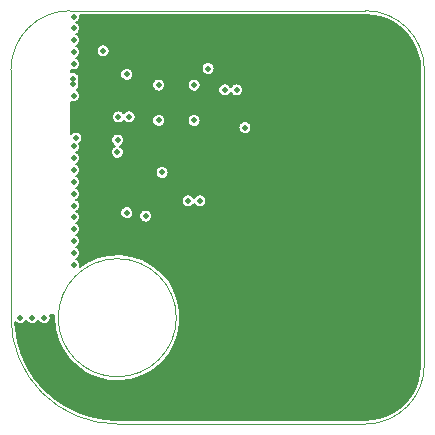
<source format=gbr>
G04 #@! TF.GenerationSoftware,KiCad,Pcbnew,(5.1.5-0-10_14)*
G04 #@! TF.CreationDate,2020-05-20T18:56:31+12:00*
G04 #@! TF.ProjectId,bluetooth-tracker,626c7565-746f-46f7-9468-2d747261636b,A*
G04 #@! TF.SameCoordinates,Original*
G04 #@! TF.FileFunction,Copper,L3,Inr*
G04 #@! TF.FilePolarity,Positive*
%FSLAX46Y46*%
G04 Gerber Fmt 4.6, Leading zero omitted, Abs format (unit mm)*
G04 Created by KiCad (PCBNEW (5.1.5-0-10_14)) date 2020-05-20 18:56:31*
%MOMM*%
%LPD*%
G04 APERTURE LIST*
%ADD10C,0.100000*%
%ADD11C,0.500000*%
%ADD12C,0.200000*%
G04 APERTURE END LIST*
D10*
X69400000Y-72000000D02*
G75*
G03X69400000Y-72000000I-5000000J0D01*
G01*
X60400000Y-46000001D02*
X85400000Y-46000001D01*
X85399999Y-81000000D02*
X64400000Y-81000000D01*
X90399999Y-76000002D02*
G75*
G02X85399999Y-81000000I-4999999J1D01*
G01*
X90400000Y-51000001D02*
X90400000Y-76000000D01*
X85400000Y-46000001D02*
G75*
G02X90400000Y-51000001I0J-5000000D01*
G01*
X55400001Y-51000001D02*
G75*
G02X60400001Y-46000001I5000000J0D01*
G01*
X55400000Y-71999999D02*
X55400000Y-51000001D01*
X64399999Y-81000000D02*
G75*
G02X55400000Y-71999999I1J9000000D01*
G01*
D11*
X60650000Y-52250000D03*
X60650000Y-51750000D03*
X65200000Y-63100000D03*
X60700000Y-50500000D03*
X67900000Y-55300000D03*
X70900000Y-55300000D03*
X70900000Y-52300000D03*
X67900000Y-52300000D03*
X63200000Y-49400000D03*
X65200000Y-51400000D03*
X72100000Y-50900000D03*
X75200000Y-55900000D03*
X66800000Y-63400000D03*
X64430000Y-56970000D03*
X64400000Y-58000000D03*
X64500000Y-55000000D03*
X73500000Y-52700000D03*
X74500000Y-52700000D03*
X65400000Y-55000000D03*
X60900000Y-56800000D03*
X60700000Y-46500000D03*
X60700000Y-47500000D03*
X60700000Y-48500000D03*
X60700000Y-49500000D03*
X60700000Y-53200000D03*
X60700000Y-57500000D03*
X60700000Y-58500000D03*
X60700000Y-59500000D03*
X60700000Y-60500000D03*
X60700000Y-61500000D03*
X60700000Y-62500000D03*
X60700000Y-63500000D03*
X60700000Y-64500000D03*
X60700000Y-65500000D03*
X60700000Y-66500000D03*
X60700000Y-67500000D03*
X58200000Y-72000000D03*
X57200000Y-72000000D03*
X56200000Y-72000000D03*
X70400000Y-62100000D03*
X71400000Y-62100000D03*
X68200000Y-59700000D03*
X83100000Y-57300000D03*
X85900000Y-51000000D03*
X69800000Y-49000000D03*
X64500000Y-53300000D03*
X64400000Y-56000000D03*
X66800000Y-58000000D03*
X73500000Y-56800000D03*
X74000000Y-52200000D03*
X83000000Y-79300000D03*
X73400000Y-49100000D03*
D12*
G36*
X86223196Y-46424860D02*
G01*
X87020374Y-46642943D01*
X87766337Y-46998750D01*
X88437496Y-47481027D01*
X89012649Y-48074538D01*
X89473606Y-48760515D01*
X89805806Y-49517287D01*
X89999387Y-50323609D01*
X90050000Y-51012834D01*
X90050001Y-75984396D01*
X89975140Y-76823199D01*
X89757057Y-77620376D01*
X89401250Y-78366338D01*
X88918975Y-79037495D01*
X88325462Y-79612650D01*
X87639483Y-80073608D01*
X86882719Y-80405803D01*
X86076391Y-80599387D01*
X85387166Y-80650000D01*
X64411602Y-80650000D01*
X63256080Y-80573249D01*
X62132261Y-80346647D01*
X61048289Y-79973406D01*
X60023194Y-79460077D01*
X59075004Y-78815686D01*
X58220361Y-78051547D01*
X57474292Y-77181094D01*
X56849895Y-76219606D01*
X56358151Y-75183995D01*
X56007689Y-74092437D01*
X55804348Y-72962302D01*
X55769907Y-72346294D01*
X55772787Y-72350604D01*
X55849396Y-72427213D01*
X55939477Y-72487403D01*
X56039571Y-72528864D01*
X56145830Y-72550000D01*
X56254170Y-72550000D01*
X56360429Y-72528864D01*
X56460523Y-72487403D01*
X56550604Y-72427213D01*
X56627213Y-72350604D01*
X56687403Y-72260523D01*
X56700000Y-72230112D01*
X56712597Y-72260523D01*
X56772787Y-72350604D01*
X56849396Y-72427213D01*
X56939477Y-72487403D01*
X57039571Y-72528864D01*
X57145830Y-72550000D01*
X57254170Y-72550000D01*
X57360429Y-72528864D01*
X57460523Y-72487403D01*
X57550604Y-72427213D01*
X57627213Y-72350604D01*
X57687403Y-72260523D01*
X57700000Y-72230112D01*
X57712597Y-72260523D01*
X57772787Y-72350604D01*
X57849396Y-72427213D01*
X57939477Y-72487403D01*
X58039571Y-72528864D01*
X58145830Y-72550000D01*
X58254170Y-72550000D01*
X58360429Y-72528864D01*
X58460523Y-72487403D01*
X58550604Y-72427213D01*
X58627213Y-72350604D01*
X58687403Y-72260523D01*
X58728864Y-72160429D01*
X58750000Y-72054170D01*
X58750000Y-71945830D01*
X58728864Y-71839571D01*
X58712473Y-71800000D01*
X59048000Y-71800000D01*
X59030000Y-72000000D01*
X59116298Y-72958851D01*
X59372419Y-73886883D01*
X59790130Y-74754269D01*
X60356006Y-75533131D01*
X61051860Y-76198435D01*
X61855325Y-76728798D01*
X62740579Y-77107173D01*
X63679167Y-77321400D01*
X64640924Y-77364593D01*
X65594937Y-77235363D01*
X66510544Y-76937864D01*
X67358317Y-76481658D01*
X68111006Y-75881408D01*
X68744421Y-75156407D01*
X69238203Y-74329956D01*
X69576481Y-73428618D01*
X69748382Y-72481363D01*
X69748382Y-71518637D01*
X69576481Y-70571382D01*
X69238203Y-69670044D01*
X68744421Y-68843593D01*
X68111006Y-68118592D01*
X67358317Y-67518342D01*
X66510544Y-67062136D01*
X65594937Y-66764637D01*
X64640924Y-66635407D01*
X63679167Y-66678600D01*
X62740579Y-66892827D01*
X61855325Y-67271202D01*
X61215013Y-67693869D01*
X61228864Y-67660429D01*
X61250000Y-67554170D01*
X61250000Y-67445830D01*
X61228864Y-67339571D01*
X61187403Y-67239477D01*
X61127213Y-67149396D01*
X61050604Y-67072787D01*
X60960523Y-67012597D01*
X60930112Y-67000000D01*
X60960523Y-66987403D01*
X61050604Y-66927213D01*
X61127213Y-66850604D01*
X61187403Y-66760523D01*
X61228864Y-66660429D01*
X61250000Y-66554170D01*
X61250000Y-66445830D01*
X61228864Y-66339571D01*
X61187403Y-66239477D01*
X61127213Y-66149396D01*
X61050604Y-66072787D01*
X60960523Y-66012597D01*
X60930112Y-66000000D01*
X60960523Y-65987403D01*
X61050604Y-65927213D01*
X61127213Y-65850604D01*
X61187403Y-65760523D01*
X61228864Y-65660429D01*
X61250000Y-65554170D01*
X61250000Y-65445830D01*
X61228864Y-65339571D01*
X61187403Y-65239477D01*
X61127213Y-65149396D01*
X61050604Y-65072787D01*
X60960523Y-65012597D01*
X60930112Y-65000000D01*
X60960523Y-64987403D01*
X61050604Y-64927213D01*
X61127213Y-64850604D01*
X61187403Y-64760523D01*
X61228864Y-64660429D01*
X61250000Y-64554170D01*
X61250000Y-64445830D01*
X61228864Y-64339571D01*
X61187403Y-64239477D01*
X61127213Y-64149396D01*
X61050604Y-64072787D01*
X60960523Y-64012597D01*
X60930112Y-64000000D01*
X60960523Y-63987403D01*
X61050604Y-63927213D01*
X61127213Y-63850604D01*
X61187403Y-63760523D01*
X61228864Y-63660429D01*
X61250000Y-63554170D01*
X61250000Y-63445830D01*
X61228864Y-63339571D01*
X61187403Y-63239477D01*
X61127213Y-63149396D01*
X61050604Y-63072787D01*
X61010260Y-63045830D01*
X64650000Y-63045830D01*
X64650000Y-63154170D01*
X64671136Y-63260429D01*
X64712597Y-63360523D01*
X64772787Y-63450604D01*
X64849396Y-63527213D01*
X64939477Y-63587403D01*
X65039571Y-63628864D01*
X65145830Y-63650000D01*
X65254170Y-63650000D01*
X65360429Y-63628864D01*
X65460523Y-63587403D01*
X65550604Y-63527213D01*
X65627213Y-63450604D01*
X65687403Y-63360523D01*
X65693489Y-63345830D01*
X66250000Y-63345830D01*
X66250000Y-63454170D01*
X66271136Y-63560429D01*
X66312597Y-63660523D01*
X66372787Y-63750604D01*
X66449396Y-63827213D01*
X66539477Y-63887403D01*
X66639571Y-63928864D01*
X66745830Y-63950000D01*
X66854170Y-63950000D01*
X66960429Y-63928864D01*
X67060523Y-63887403D01*
X67150604Y-63827213D01*
X67227213Y-63750604D01*
X67287403Y-63660523D01*
X67328864Y-63560429D01*
X67350000Y-63454170D01*
X67350000Y-63345830D01*
X67328864Y-63239571D01*
X67287403Y-63139477D01*
X67227213Y-63049396D01*
X67150604Y-62972787D01*
X67060523Y-62912597D01*
X66960429Y-62871136D01*
X66854170Y-62850000D01*
X66745830Y-62850000D01*
X66639571Y-62871136D01*
X66539477Y-62912597D01*
X66449396Y-62972787D01*
X66372787Y-63049396D01*
X66312597Y-63139477D01*
X66271136Y-63239571D01*
X66250000Y-63345830D01*
X65693489Y-63345830D01*
X65728864Y-63260429D01*
X65750000Y-63154170D01*
X65750000Y-63045830D01*
X65728864Y-62939571D01*
X65687403Y-62839477D01*
X65627213Y-62749396D01*
X65550604Y-62672787D01*
X65460523Y-62612597D01*
X65360429Y-62571136D01*
X65254170Y-62550000D01*
X65145830Y-62550000D01*
X65039571Y-62571136D01*
X64939477Y-62612597D01*
X64849396Y-62672787D01*
X64772787Y-62749396D01*
X64712597Y-62839477D01*
X64671136Y-62939571D01*
X64650000Y-63045830D01*
X61010260Y-63045830D01*
X60960523Y-63012597D01*
X60930112Y-63000000D01*
X60960523Y-62987403D01*
X61050604Y-62927213D01*
X61127213Y-62850604D01*
X61187403Y-62760523D01*
X61228864Y-62660429D01*
X61250000Y-62554170D01*
X61250000Y-62445830D01*
X61228864Y-62339571D01*
X61187403Y-62239477D01*
X61127213Y-62149396D01*
X61050604Y-62072787D01*
X61010260Y-62045830D01*
X69850000Y-62045830D01*
X69850000Y-62154170D01*
X69871136Y-62260429D01*
X69912597Y-62360523D01*
X69972787Y-62450604D01*
X70049396Y-62527213D01*
X70139477Y-62587403D01*
X70239571Y-62628864D01*
X70345830Y-62650000D01*
X70454170Y-62650000D01*
X70560429Y-62628864D01*
X70660523Y-62587403D01*
X70750604Y-62527213D01*
X70827213Y-62450604D01*
X70887403Y-62360523D01*
X70900000Y-62330112D01*
X70912597Y-62360523D01*
X70972787Y-62450604D01*
X71049396Y-62527213D01*
X71139477Y-62587403D01*
X71239571Y-62628864D01*
X71345830Y-62650000D01*
X71454170Y-62650000D01*
X71560429Y-62628864D01*
X71660523Y-62587403D01*
X71750604Y-62527213D01*
X71827213Y-62450604D01*
X71887403Y-62360523D01*
X71928864Y-62260429D01*
X71950000Y-62154170D01*
X71950000Y-62045830D01*
X71928864Y-61939571D01*
X71887403Y-61839477D01*
X71827213Y-61749396D01*
X71750604Y-61672787D01*
X71660523Y-61612597D01*
X71560429Y-61571136D01*
X71454170Y-61550000D01*
X71345830Y-61550000D01*
X71239571Y-61571136D01*
X71139477Y-61612597D01*
X71049396Y-61672787D01*
X70972787Y-61749396D01*
X70912597Y-61839477D01*
X70900000Y-61869888D01*
X70887403Y-61839477D01*
X70827213Y-61749396D01*
X70750604Y-61672787D01*
X70660523Y-61612597D01*
X70560429Y-61571136D01*
X70454170Y-61550000D01*
X70345830Y-61550000D01*
X70239571Y-61571136D01*
X70139477Y-61612597D01*
X70049396Y-61672787D01*
X69972787Y-61749396D01*
X69912597Y-61839477D01*
X69871136Y-61939571D01*
X69850000Y-62045830D01*
X61010260Y-62045830D01*
X60960523Y-62012597D01*
X60930112Y-62000000D01*
X60960523Y-61987403D01*
X61050604Y-61927213D01*
X61127213Y-61850604D01*
X61187403Y-61760523D01*
X61228864Y-61660429D01*
X61250000Y-61554170D01*
X61250000Y-61445830D01*
X61228864Y-61339571D01*
X61187403Y-61239477D01*
X61127213Y-61149396D01*
X61050604Y-61072787D01*
X60960523Y-61012597D01*
X60930112Y-61000000D01*
X60960523Y-60987403D01*
X61050604Y-60927213D01*
X61127213Y-60850604D01*
X61187403Y-60760523D01*
X61228864Y-60660429D01*
X61250000Y-60554170D01*
X61250000Y-60445830D01*
X61228864Y-60339571D01*
X61187403Y-60239477D01*
X61127213Y-60149396D01*
X61050604Y-60072787D01*
X60960523Y-60012597D01*
X60930112Y-60000000D01*
X60960523Y-59987403D01*
X61050604Y-59927213D01*
X61127213Y-59850604D01*
X61187403Y-59760523D01*
X61228864Y-59660429D01*
X61231767Y-59645830D01*
X67650000Y-59645830D01*
X67650000Y-59754170D01*
X67671136Y-59860429D01*
X67712597Y-59960523D01*
X67772787Y-60050604D01*
X67849396Y-60127213D01*
X67939477Y-60187403D01*
X68039571Y-60228864D01*
X68145830Y-60250000D01*
X68254170Y-60250000D01*
X68360429Y-60228864D01*
X68460523Y-60187403D01*
X68550604Y-60127213D01*
X68627213Y-60050604D01*
X68687403Y-59960523D01*
X68728864Y-59860429D01*
X68750000Y-59754170D01*
X68750000Y-59645830D01*
X68728864Y-59539571D01*
X68687403Y-59439477D01*
X68627213Y-59349396D01*
X68550604Y-59272787D01*
X68460523Y-59212597D01*
X68360429Y-59171136D01*
X68254170Y-59150000D01*
X68145830Y-59150000D01*
X68039571Y-59171136D01*
X67939477Y-59212597D01*
X67849396Y-59272787D01*
X67772787Y-59349396D01*
X67712597Y-59439477D01*
X67671136Y-59539571D01*
X67650000Y-59645830D01*
X61231767Y-59645830D01*
X61250000Y-59554170D01*
X61250000Y-59445830D01*
X61228864Y-59339571D01*
X61187403Y-59239477D01*
X61127213Y-59149396D01*
X61050604Y-59072787D01*
X60960523Y-59012597D01*
X60930112Y-59000000D01*
X60960523Y-58987403D01*
X61050604Y-58927213D01*
X61127213Y-58850604D01*
X61187403Y-58760523D01*
X61228864Y-58660429D01*
X61250000Y-58554170D01*
X61250000Y-58445830D01*
X61228864Y-58339571D01*
X61187403Y-58239477D01*
X61127213Y-58149396D01*
X61050604Y-58072787D01*
X60960523Y-58012597D01*
X60930112Y-58000000D01*
X60960523Y-57987403D01*
X61022741Y-57945830D01*
X63850000Y-57945830D01*
X63850000Y-58054170D01*
X63871136Y-58160429D01*
X63912597Y-58260523D01*
X63972787Y-58350604D01*
X64049396Y-58427213D01*
X64139477Y-58487403D01*
X64239571Y-58528864D01*
X64345830Y-58550000D01*
X64454170Y-58550000D01*
X64560429Y-58528864D01*
X64660523Y-58487403D01*
X64750604Y-58427213D01*
X64827213Y-58350604D01*
X64887403Y-58260523D01*
X64928864Y-58160429D01*
X64950000Y-58054170D01*
X64950000Y-57945830D01*
X64928864Y-57839571D01*
X64887403Y-57739477D01*
X64827213Y-57649396D01*
X64750604Y-57572787D01*
X64660523Y-57512597D01*
X64608899Y-57491213D01*
X64690523Y-57457403D01*
X64780604Y-57397213D01*
X64857213Y-57320604D01*
X64917403Y-57230523D01*
X64958864Y-57130429D01*
X64980000Y-57024170D01*
X64980000Y-56915830D01*
X64958864Y-56809571D01*
X64917403Y-56709477D01*
X64857213Y-56619396D01*
X64780604Y-56542787D01*
X64690523Y-56482597D01*
X64590429Y-56441136D01*
X64484170Y-56420000D01*
X64375830Y-56420000D01*
X64269571Y-56441136D01*
X64169477Y-56482597D01*
X64079396Y-56542787D01*
X64002787Y-56619396D01*
X63942597Y-56709477D01*
X63901136Y-56809571D01*
X63880000Y-56915830D01*
X63880000Y-57024170D01*
X63901136Y-57130429D01*
X63942597Y-57230523D01*
X64002787Y-57320604D01*
X64079396Y-57397213D01*
X64169477Y-57457403D01*
X64221101Y-57478787D01*
X64139477Y-57512597D01*
X64049396Y-57572787D01*
X63972787Y-57649396D01*
X63912597Y-57739477D01*
X63871136Y-57839571D01*
X63850000Y-57945830D01*
X61022741Y-57945830D01*
X61050604Y-57927213D01*
X61127213Y-57850604D01*
X61187403Y-57760523D01*
X61228864Y-57660429D01*
X61250000Y-57554170D01*
X61250000Y-57445830D01*
X61228864Y-57339571D01*
X61197125Y-57262947D01*
X61250604Y-57227213D01*
X61327213Y-57150604D01*
X61387403Y-57060523D01*
X61428864Y-56960429D01*
X61450000Y-56854170D01*
X61450000Y-56745830D01*
X61428864Y-56639571D01*
X61387403Y-56539477D01*
X61327213Y-56449396D01*
X61250604Y-56372787D01*
X61160523Y-56312597D01*
X61060429Y-56271136D01*
X60954170Y-56250000D01*
X60845830Y-56250000D01*
X60739571Y-56271136D01*
X60639477Y-56312597D01*
X60549396Y-56372787D01*
X60500000Y-56422183D01*
X60500000Y-54945830D01*
X63950000Y-54945830D01*
X63950000Y-55054170D01*
X63971136Y-55160429D01*
X64012597Y-55260523D01*
X64072787Y-55350604D01*
X64149396Y-55427213D01*
X64239477Y-55487403D01*
X64339571Y-55528864D01*
X64445830Y-55550000D01*
X64554170Y-55550000D01*
X64660429Y-55528864D01*
X64760523Y-55487403D01*
X64850604Y-55427213D01*
X64927213Y-55350604D01*
X64950000Y-55316501D01*
X64972787Y-55350604D01*
X65049396Y-55427213D01*
X65139477Y-55487403D01*
X65239571Y-55528864D01*
X65345830Y-55550000D01*
X65454170Y-55550000D01*
X65560429Y-55528864D01*
X65660523Y-55487403D01*
X65750604Y-55427213D01*
X65827213Y-55350604D01*
X65887403Y-55260523D01*
X65893489Y-55245830D01*
X67350000Y-55245830D01*
X67350000Y-55354170D01*
X67371136Y-55460429D01*
X67412597Y-55560523D01*
X67472787Y-55650604D01*
X67549396Y-55727213D01*
X67639477Y-55787403D01*
X67739571Y-55828864D01*
X67845830Y-55850000D01*
X67954170Y-55850000D01*
X68060429Y-55828864D01*
X68160523Y-55787403D01*
X68250604Y-55727213D01*
X68327213Y-55650604D01*
X68387403Y-55560523D01*
X68428864Y-55460429D01*
X68450000Y-55354170D01*
X68450000Y-55245830D01*
X70350000Y-55245830D01*
X70350000Y-55354170D01*
X70371136Y-55460429D01*
X70412597Y-55560523D01*
X70472787Y-55650604D01*
X70549396Y-55727213D01*
X70639477Y-55787403D01*
X70739571Y-55828864D01*
X70845830Y-55850000D01*
X70954170Y-55850000D01*
X70975134Y-55845830D01*
X74650000Y-55845830D01*
X74650000Y-55954170D01*
X74671136Y-56060429D01*
X74712597Y-56160523D01*
X74772787Y-56250604D01*
X74849396Y-56327213D01*
X74939477Y-56387403D01*
X75039571Y-56428864D01*
X75145830Y-56450000D01*
X75254170Y-56450000D01*
X75360429Y-56428864D01*
X75460523Y-56387403D01*
X75550604Y-56327213D01*
X75627213Y-56250604D01*
X75687403Y-56160523D01*
X75728864Y-56060429D01*
X75750000Y-55954170D01*
X75750000Y-55845830D01*
X75728864Y-55739571D01*
X75687403Y-55639477D01*
X75627213Y-55549396D01*
X75550604Y-55472787D01*
X75460523Y-55412597D01*
X75360429Y-55371136D01*
X75254170Y-55350000D01*
X75145830Y-55350000D01*
X75039571Y-55371136D01*
X74939477Y-55412597D01*
X74849396Y-55472787D01*
X74772787Y-55549396D01*
X74712597Y-55639477D01*
X74671136Y-55739571D01*
X74650000Y-55845830D01*
X70975134Y-55845830D01*
X71060429Y-55828864D01*
X71160523Y-55787403D01*
X71250604Y-55727213D01*
X71327213Y-55650604D01*
X71387403Y-55560523D01*
X71428864Y-55460429D01*
X71450000Y-55354170D01*
X71450000Y-55245830D01*
X71428864Y-55139571D01*
X71387403Y-55039477D01*
X71327213Y-54949396D01*
X71250604Y-54872787D01*
X71160523Y-54812597D01*
X71060429Y-54771136D01*
X70954170Y-54750000D01*
X70845830Y-54750000D01*
X70739571Y-54771136D01*
X70639477Y-54812597D01*
X70549396Y-54872787D01*
X70472787Y-54949396D01*
X70412597Y-55039477D01*
X70371136Y-55139571D01*
X70350000Y-55245830D01*
X68450000Y-55245830D01*
X68428864Y-55139571D01*
X68387403Y-55039477D01*
X68327213Y-54949396D01*
X68250604Y-54872787D01*
X68160523Y-54812597D01*
X68060429Y-54771136D01*
X67954170Y-54750000D01*
X67845830Y-54750000D01*
X67739571Y-54771136D01*
X67639477Y-54812597D01*
X67549396Y-54872787D01*
X67472787Y-54949396D01*
X67412597Y-55039477D01*
X67371136Y-55139571D01*
X67350000Y-55245830D01*
X65893489Y-55245830D01*
X65928864Y-55160429D01*
X65950000Y-55054170D01*
X65950000Y-54945830D01*
X65928864Y-54839571D01*
X65887403Y-54739477D01*
X65827213Y-54649396D01*
X65750604Y-54572787D01*
X65660523Y-54512597D01*
X65560429Y-54471136D01*
X65454170Y-54450000D01*
X65345830Y-54450000D01*
X65239571Y-54471136D01*
X65139477Y-54512597D01*
X65049396Y-54572787D01*
X64972787Y-54649396D01*
X64950000Y-54683499D01*
X64927213Y-54649396D01*
X64850604Y-54572787D01*
X64760523Y-54512597D01*
X64660429Y-54471136D01*
X64554170Y-54450000D01*
X64445830Y-54450000D01*
X64339571Y-54471136D01*
X64239477Y-54512597D01*
X64149396Y-54572787D01*
X64072787Y-54649396D01*
X64012597Y-54739477D01*
X63971136Y-54839571D01*
X63950000Y-54945830D01*
X60500000Y-54945830D01*
X60500000Y-53712473D01*
X60539571Y-53728864D01*
X60645830Y-53750000D01*
X60754170Y-53750000D01*
X60860429Y-53728864D01*
X60960523Y-53687403D01*
X61050604Y-53627213D01*
X61127213Y-53550604D01*
X61187403Y-53460523D01*
X61228864Y-53360429D01*
X61250000Y-53254170D01*
X61250000Y-53145830D01*
X61228864Y-53039571D01*
X61187403Y-52939477D01*
X61127213Y-52849396D01*
X61050604Y-52772787D01*
X60960523Y-52712597D01*
X60952575Y-52709305D01*
X61000604Y-52677213D01*
X61077213Y-52600604D01*
X61137403Y-52510523D01*
X61178864Y-52410429D01*
X61200000Y-52304170D01*
X61200000Y-52245830D01*
X67350000Y-52245830D01*
X67350000Y-52354170D01*
X67371136Y-52460429D01*
X67412597Y-52560523D01*
X67472787Y-52650604D01*
X67549396Y-52727213D01*
X67639477Y-52787403D01*
X67739571Y-52828864D01*
X67845830Y-52850000D01*
X67954170Y-52850000D01*
X68060429Y-52828864D01*
X68160523Y-52787403D01*
X68250604Y-52727213D01*
X68327213Y-52650604D01*
X68387403Y-52560523D01*
X68428864Y-52460429D01*
X68450000Y-52354170D01*
X68450000Y-52245830D01*
X70350000Y-52245830D01*
X70350000Y-52354170D01*
X70371136Y-52460429D01*
X70412597Y-52560523D01*
X70472787Y-52650604D01*
X70549396Y-52727213D01*
X70639477Y-52787403D01*
X70739571Y-52828864D01*
X70845830Y-52850000D01*
X70954170Y-52850000D01*
X71060429Y-52828864D01*
X71160523Y-52787403D01*
X71250604Y-52727213D01*
X71327213Y-52650604D01*
X71330402Y-52645830D01*
X72950000Y-52645830D01*
X72950000Y-52754170D01*
X72971136Y-52860429D01*
X73012597Y-52960523D01*
X73072787Y-53050604D01*
X73149396Y-53127213D01*
X73239477Y-53187403D01*
X73339571Y-53228864D01*
X73445830Y-53250000D01*
X73554170Y-53250000D01*
X73660429Y-53228864D01*
X73760523Y-53187403D01*
X73850604Y-53127213D01*
X73927213Y-53050604D01*
X73987403Y-52960523D01*
X74000000Y-52930112D01*
X74012597Y-52960523D01*
X74072787Y-53050604D01*
X74149396Y-53127213D01*
X74239477Y-53187403D01*
X74339571Y-53228864D01*
X74445830Y-53250000D01*
X74554170Y-53250000D01*
X74660429Y-53228864D01*
X74760523Y-53187403D01*
X74850604Y-53127213D01*
X74927213Y-53050604D01*
X74987403Y-52960523D01*
X75028864Y-52860429D01*
X75050000Y-52754170D01*
X75050000Y-52645830D01*
X75028864Y-52539571D01*
X74987403Y-52439477D01*
X74927213Y-52349396D01*
X74850604Y-52272787D01*
X74760523Y-52212597D01*
X74660429Y-52171136D01*
X74554170Y-52150000D01*
X74445830Y-52150000D01*
X74339571Y-52171136D01*
X74239477Y-52212597D01*
X74149396Y-52272787D01*
X74072787Y-52349396D01*
X74012597Y-52439477D01*
X74000000Y-52469888D01*
X73987403Y-52439477D01*
X73927213Y-52349396D01*
X73850604Y-52272787D01*
X73760523Y-52212597D01*
X73660429Y-52171136D01*
X73554170Y-52150000D01*
X73445830Y-52150000D01*
X73339571Y-52171136D01*
X73239477Y-52212597D01*
X73149396Y-52272787D01*
X73072787Y-52349396D01*
X73012597Y-52439477D01*
X72971136Y-52539571D01*
X72950000Y-52645830D01*
X71330402Y-52645830D01*
X71387403Y-52560523D01*
X71428864Y-52460429D01*
X71450000Y-52354170D01*
X71450000Y-52245830D01*
X71428864Y-52139571D01*
X71387403Y-52039477D01*
X71327213Y-51949396D01*
X71250604Y-51872787D01*
X71160523Y-51812597D01*
X71060429Y-51771136D01*
X70954170Y-51750000D01*
X70845830Y-51750000D01*
X70739571Y-51771136D01*
X70639477Y-51812597D01*
X70549396Y-51872787D01*
X70472787Y-51949396D01*
X70412597Y-52039477D01*
X70371136Y-52139571D01*
X70350000Y-52245830D01*
X68450000Y-52245830D01*
X68428864Y-52139571D01*
X68387403Y-52039477D01*
X68327213Y-51949396D01*
X68250604Y-51872787D01*
X68160523Y-51812597D01*
X68060429Y-51771136D01*
X67954170Y-51750000D01*
X67845830Y-51750000D01*
X67739571Y-51771136D01*
X67639477Y-51812597D01*
X67549396Y-51872787D01*
X67472787Y-51949396D01*
X67412597Y-52039477D01*
X67371136Y-52139571D01*
X67350000Y-52245830D01*
X61200000Y-52245830D01*
X61200000Y-52195830D01*
X61178864Y-52089571D01*
X61141762Y-52000000D01*
X61178864Y-51910429D01*
X61200000Y-51804170D01*
X61200000Y-51695830D01*
X61178864Y-51589571D01*
X61137403Y-51489477D01*
X61077213Y-51399396D01*
X61023647Y-51345830D01*
X64650000Y-51345830D01*
X64650000Y-51454170D01*
X64671136Y-51560429D01*
X64712597Y-51660523D01*
X64772787Y-51750604D01*
X64849396Y-51827213D01*
X64939477Y-51887403D01*
X65039571Y-51928864D01*
X65145830Y-51950000D01*
X65254170Y-51950000D01*
X65360429Y-51928864D01*
X65460523Y-51887403D01*
X65550604Y-51827213D01*
X65627213Y-51750604D01*
X65687403Y-51660523D01*
X65728864Y-51560429D01*
X65750000Y-51454170D01*
X65750000Y-51345830D01*
X65728864Y-51239571D01*
X65687403Y-51139477D01*
X65627213Y-51049396D01*
X65550604Y-50972787D01*
X65460523Y-50912597D01*
X65360429Y-50871136D01*
X65254170Y-50850000D01*
X65145830Y-50850000D01*
X65039571Y-50871136D01*
X64939477Y-50912597D01*
X64849396Y-50972787D01*
X64772787Y-51049396D01*
X64712597Y-51139477D01*
X64671136Y-51239571D01*
X64650000Y-51345830D01*
X61023647Y-51345830D01*
X61000604Y-51322787D01*
X60910523Y-51262597D01*
X60810429Y-51221136D01*
X60704170Y-51200000D01*
X60595830Y-51200000D01*
X60500000Y-51219062D01*
X60500000Y-51012473D01*
X60539571Y-51028864D01*
X60645830Y-51050000D01*
X60754170Y-51050000D01*
X60860429Y-51028864D01*
X60960523Y-50987403D01*
X61050604Y-50927213D01*
X61127213Y-50850604D01*
X61130402Y-50845830D01*
X71550000Y-50845830D01*
X71550000Y-50954170D01*
X71571136Y-51060429D01*
X71612597Y-51160523D01*
X71672787Y-51250604D01*
X71749396Y-51327213D01*
X71839477Y-51387403D01*
X71939571Y-51428864D01*
X72045830Y-51450000D01*
X72154170Y-51450000D01*
X72260429Y-51428864D01*
X72360523Y-51387403D01*
X72450604Y-51327213D01*
X72527213Y-51250604D01*
X72587403Y-51160523D01*
X72628864Y-51060429D01*
X72650000Y-50954170D01*
X72650000Y-50845830D01*
X72628864Y-50739571D01*
X72587403Y-50639477D01*
X72527213Y-50549396D01*
X72450604Y-50472787D01*
X72360523Y-50412597D01*
X72260429Y-50371136D01*
X72154170Y-50350000D01*
X72045830Y-50350000D01*
X71939571Y-50371136D01*
X71839477Y-50412597D01*
X71749396Y-50472787D01*
X71672787Y-50549396D01*
X71612597Y-50639477D01*
X71571136Y-50739571D01*
X71550000Y-50845830D01*
X61130402Y-50845830D01*
X61187403Y-50760523D01*
X61228864Y-50660429D01*
X61250000Y-50554170D01*
X61250000Y-50445830D01*
X61228864Y-50339571D01*
X61187403Y-50239477D01*
X61127213Y-50149396D01*
X61050604Y-50072787D01*
X60960523Y-50012597D01*
X60930112Y-50000000D01*
X60960523Y-49987403D01*
X61050604Y-49927213D01*
X61127213Y-49850604D01*
X61187403Y-49760523D01*
X61228864Y-49660429D01*
X61250000Y-49554170D01*
X61250000Y-49445830D01*
X61230109Y-49345830D01*
X62650000Y-49345830D01*
X62650000Y-49454170D01*
X62671136Y-49560429D01*
X62712597Y-49660523D01*
X62772787Y-49750604D01*
X62849396Y-49827213D01*
X62939477Y-49887403D01*
X63039571Y-49928864D01*
X63145830Y-49950000D01*
X63254170Y-49950000D01*
X63360429Y-49928864D01*
X63460523Y-49887403D01*
X63550604Y-49827213D01*
X63627213Y-49750604D01*
X63687403Y-49660523D01*
X63728864Y-49560429D01*
X63750000Y-49454170D01*
X63750000Y-49345830D01*
X63728864Y-49239571D01*
X63687403Y-49139477D01*
X63627213Y-49049396D01*
X63550604Y-48972787D01*
X63460523Y-48912597D01*
X63360429Y-48871136D01*
X63254170Y-48850000D01*
X63145830Y-48850000D01*
X63039571Y-48871136D01*
X62939477Y-48912597D01*
X62849396Y-48972787D01*
X62772787Y-49049396D01*
X62712597Y-49139477D01*
X62671136Y-49239571D01*
X62650000Y-49345830D01*
X61230109Y-49345830D01*
X61228864Y-49339571D01*
X61187403Y-49239477D01*
X61127213Y-49149396D01*
X61050604Y-49072787D01*
X60960523Y-49012597D01*
X60930112Y-49000000D01*
X60960523Y-48987403D01*
X61050604Y-48927213D01*
X61127213Y-48850604D01*
X61187403Y-48760523D01*
X61228864Y-48660429D01*
X61250000Y-48554170D01*
X61250000Y-48445830D01*
X61228864Y-48339571D01*
X61187403Y-48239477D01*
X61127213Y-48149396D01*
X61050604Y-48072787D01*
X60960523Y-48012597D01*
X60930112Y-48000000D01*
X60960523Y-47987403D01*
X61050604Y-47927213D01*
X61127213Y-47850604D01*
X61187403Y-47760523D01*
X61228864Y-47660429D01*
X61250000Y-47554170D01*
X61250000Y-47445830D01*
X61228864Y-47339571D01*
X61187403Y-47239477D01*
X61127213Y-47149396D01*
X61050604Y-47072787D01*
X60960523Y-47012597D01*
X60930112Y-47000000D01*
X60960523Y-46987403D01*
X61050604Y-46927213D01*
X61127213Y-46850604D01*
X61187403Y-46760523D01*
X61228864Y-46660429D01*
X61250000Y-46554170D01*
X61250000Y-46445830D01*
X61230939Y-46350001D01*
X85384417Y-46350001D01*
X86223196Y-46424860D01*
G37*
X86223196Y-46424860D02*
X87020374Y-46642943D01*
X87766337Y-46998750D01*
X88437496Y-47481027D01*
X89012649Y-48074538D01*
X89473606Y-48760515D01*
X89805806Y-49517287D01*
X89999387Y-50323609D01*
X90050000Y-51012834D01*
X90050001Y-75984396D01*
X89975140Y-76823199D01*
X89757057Y-77620376D01*
X89401250Y-78366338D01*
X88918975Y-79037495D01*
X88325462Y-79612650D01*
X87639483Y-80073608D01*
X86882719Y-80405803D01*
X86076391Y-80599387D01*
X85387166Y-80650000D01*
X64411602Y-80650000D01*
X63256080Y-80573249D01*
X62132261Y-80346647D01*
X61048289Y-79973406D01*
X60023194Y-79460077D01*
X59075004Y-78815686D01*
X58220361Y-78051547D01*
X57474292Y-77181094D01*
X56849895Y-76219606D01*
X56358151Y-75183995D01*
X56007689Y-74092437D01*
X55804348Y-72962302D01*
X55769907Y-72346294D01*
X55772787Y-72350604D01*
X55849396Y-72427213D01*
X55939477Y-72487403D01*
X56039571Y-72528864D01*
X56145830Y-72550000D01*
X56254170Y-72550000D01*
X56360429Y-72528864D01*
X56460523Y-72487403D01*
X56550604Y-72427213D01*
X56627213Y-72350604D01*
X56687403Y-72260523D01*
X56700000Y-72230112D01*
X56712597Y-72260523D01*
X56772787Y-72350604D01*
X56849396Y-72427213D01*
X56939477Y-72487403D01*
X57039571Y-72528864D01*
X57145830Y-72550000D01*
X57254170Y-72550000D01*
X57360429Y-72528864D01*
X57460523Y-72487403D01*
X57550604Y-72427213D01*
X57627213Y-72350604D01*
X57687403Y-72260523D01*
X57700000Y-72230112D01*
X57712597Y-72260523D01*
X57772787Y-72350604D01*
X57849396Y-72427213D01*
X57939477Y-72487403D01*
X58039571Y-72528864D01*
X58145830Y-72550000D01*
X58254170Y-72550000D01*
X58360429Y-72528864D01*
X58460523Y-72487403D01*
X58550604Y-72427213D01*
X58627213Y-72350604D01*
X58687403Y-72260523D01*
X58728864Y-72160429D01*
X58750000Y-72054170D01*
X58750000Y-71945830D01*
X58728864Y-71839571D01*
X58712473Y-71800000D01*
X59048000Y-71800000D01*
X59030000Y-72000000D01*
X59116298Y-72958851D01*
X59372419Y-73886883D01*
X59790130Y-74754269D01*
X60356006Y-75533131D01*
X61051860Y-76198435D01*
X61855325Y-76728798D01*
X62740579Y-77107173D01*
X63679167Y-77321400D01*
X64640924Y-77364593D01*
X65594937Y-77235363D01*
X66510544Y-76937864D01*
X67358317Y-76481658D01*
X68111006Y-75881408D01*
X68744421Y-75156407D01*
X69238203Y-74329956D01*
X69576481Y-73428618D01*
X69748382Y-72481363D01*
X69748382Y-71518637D01*
X69576481Y-70571382D01*
X69238203Y-69670044D01*
X68744421Y-68843593D01*
X68111006Y-68118592D01*
X67358317Y-67518342D01*
X66510544Y-67062136D01*
X65594937Y-66764637D01*
X64640924Y-66635407D01*
X63679167Y-66678600D01*
X62740579Y-66892827D01*
X61855325Y-67271202D01*
X61215013Y-67693869D01*
X61228864Y-67660429D01*
X61250000Y-67554170D01*
X61250000Y-67445830D01*
X61228864Y-67339571D01*
X61187403Y-67239477D01*
X61127213Y-67149396D01*
X61050604Y-67072787D01*
X60960523Y-67012597D01*
X60930112Y-67000000D01*
X60960523Y-66987403D01*
X61050604Y-66927213D01*
X61127213Y-66850604D01*
X61187403Y-66760523D01*
X61228864Y-66660429D01*
X61250000Y-66554170D01*
X61250000Y-66445830D01*
X61228864Y-66339571D01*
X61187403Y-66239477D01*
X61127213Y-66149396D01*
X61050604Y-66072787D01*
X60960523Y-66012597D01*
X60930112Y-66000000D01*
X60960523Y-65987403D01*
X61050604Y-65927213D01*
X61127213Y-65850604D01*
X61187403Y-65760523D01*
X61228864Y-65660429D01*
X61250000Y-65554170D01*
X61250000Y-65445830D01*
X61228864Y-65339571D01*
X61187403Y-65239477D01*
X61127213Y-65149396D01*
X61050604Y-65072787D01*
X60960523Y-65012597D01*
X60930112Y-65000000D01*
X60960523Y-64987403D01*
X61050604Y-64927213D01*
X61127213Y-64850604D01*
X61187403Y-64760523D01*
X61228864Y-64660429D01*
X61250000Y-64554170D01*
X61250000Y-64445830D01*
X61228864Y-64339571D01*
X61187403Y-64239477D01*
X61127213Y-64149396D01*
X61050604Y-64072787D01*
X60960523Y-64012597D01*
X60930112Y-64000000D01*
X60960523Y-63987403D01*
X61050604Y-63927213D01*
X61127213Y-63850604D01*
X61187403Y-63760523D01*
X61228864Y-63660429D01*
X61250000Y-63554170D01*
X61250000Y-63445830D01*
X61228864Y-63339571D01*
X61187403Y-63239477D01*
X61127213Y-63149396D01*
X61050604Y-63072787D01*
X61010260Y-63045830D01*
X64650000Y-63045830D01*
X64650000Y-63154170D01*
X64671136Y-63260429D01*
X64712597Y-63360523D01*
X64772787Y-63450604D01*
X64849396Y-63527213D01*
X64939477Y-63587403D01*
X65039571Y-63628864D01*
X65145830Y-63650000D01*
X65254170Y-63650000D01*
X65360429Y-63628864D01*
X65460523Y-63587403D01*
X65550604Y-63527213D01*
X65627213Y-63450604D01*
X65687403Y-63360523D01*
X65693489Y-63345830D01*
X66250000Y-63345830D01*
X66250000Y-63454170D01*
X66271136Y-63560429D01*
X66312597Y-63660523D01*
X66372787Y-63750604D01*
X66449396Y-63827213D01*
X66539477Y-63887403D01*
X66639571Y-63928864D01*
X66745830Y-63950000D01*
X66854170Y-63950000D01*
X66960429Y-63928864D01*
X67060523Y-63887403D01*
X67150604Y-63827213D01*
X67227213Y-63750604D01*
X67287403Y-63660523D01*
X67328864Y-63560429D01*
X67350000Y-63454170D01*
X67350000Y-63345830D01*
X67328864Y-63239571D01*
X67287403Y-63139477D01*
X67227213Y-63049396D01*
X67150604Y-62972787D01*
X67060523Y-62912597D01*
X66960429Y-62871136D01*
X66854170Y-62850000D01*
X66745830Y-62850000D01*
X66639571Y-62871136D01*
X66539477Y-62912597D01*
X66449396Y-62972787D01*
X66372787Y-63049396D01*
X66312597Y-63139477D01*
X66271136Y-63239571D01*
X66250000Y-63345830D01*
X65693489Y-63345830D01*
X65728864Y-63260429D01*
X65750000Y-63154170D01*
X65750000Y-63045830D01*
X65728864Y-62939571D01*
X65687403Y-62839477D01*
X65627213Y-62749396D01*
X65550604Y-62672787D01*
X65460523Y-62612597D01*
X65360429Y-62571136D01*
X65254170Y-62550000D01*
X65145830Y-62550000D01*
X65039571Y-62571136D01*
X64939477Y-62612597D01*
X64849396Y-62672787D01*
X64772787Y-62749396D01*
X64712597Y-62839477D01*
X64671136Y-62939571D01*
X64650000Y-63045830D01*
X61010260Y-63045830D01*
X60960523Y-63012597D01*
X60930112Y-63000000D01*
X60960523Y-62987403D01*
X61050604Y-62927213D01*
X61127213Y-62850604D01*
X61187403Y-62760523D01*
X61228864Y-62660429D01*
X61250000Y-62554170D01*
X61250000Y-62445830D01*
X61228864Y-62339571D01*
X61187403Y-62239477D01*
X61127213Y-62149396D01*
X61050604Y-62072787D01*
X61010260Y-62045830D01*
X69850000Y-62045830D01*
X69850000Y-62154170D01*
X69871136Y-62260429D01*
X69912597Y-62360523D01*
X69972787Y-62450604D01*
X70049396Y-62527213D01*
X70139477Y-62587403D01*
X70239571Y-62628864D01*
X70345830Y-62650000D01*
X70454170Y-62650000D01*
X70560429Y-62628864D01*
X70660523Y-62587403D01*
X70750604Y-62527213D01*
X70827213Y-62450604D01*
X70887403Y-62360523D01*
X70900000Y-62330112D01*
X70912597Y-62360523D01*
X70972787Y-62450604D01*
X71049396Y-62527213D01*
X71139477Y-62587403D01*
X71239571Y-62628864D01*
X71345830Y-62650000D01*
X71454170Y-62650000D01*
X71560429Y-62628864D01*
X71660523Y-62587403D01*
X71750604Y-62527213D01*
X71827213Y-62450604D01*
X71887403Y-62360523D01*
X71928864Y-62260429D01*
X71950000Y-62154170D01*
X71950000Y-62045830D01*
X71928864Y-61939571D01*
X71887403Y-61839477D01*
X71827213Y-61749396D01*
X71750604Y-61672787D01*
X71660523Y-61612597D01*
X71560429Y-61571136D01*
X71454170Y-61550000D01*
X71345830Y-61550000D01*
X71239571Y-61571136D01*
X71139477Y-61612597D01*
X71049396Y-61672787D01*
X70972787Y-61749396D01*
X70912597Y-61839477D01*
X70900000Y-61869888D01*
X70887403Y-61839477D01*
X70827213Y-61749396D01*
X70750604Y-61672787D01*
X70660523Y-61612597D01*
X70560429Y-61571136D01*
X70454170Y-61550000D01*
X70345830Y-61550000D01*
X70239571Y-61571136D01*
X70139477Y-61612597D01*
X70049396Y-61672787D01*
X69972787Y-61749396D01*
X69912597Y-61839477D01*
X69871136Y-61939571D01*
X69850000Y-62045830D01*
X61010260Y-62045830D01*
X60960523Y-62012597D01*
X60930112Y-62000000D01*
X60960523Y-61987403D01*
X61050604Y-61927213D01*
X61127213Y-61850604D01*
X61187403Y-61760523D01*
X61228864Y-61660429D01*
X61250000Y-61554170D01*
X61250000Y-61445830D01*
X61228864Y-61339571D01*
X61187403Y-61239477D01*
X61127213Y-61149396D01*
X61050604Y-61072787D01*
X60960523Y-61012597D01*
X60930112Y-61000000D01*
X60960523Y-60987403D01*
X61050604Y-60927213D01*
X61127213Y-60850604D01*
X61187403Y-60760523D01*
X61228864Y-60660429D01*
X61250000Y-60554170D01*
X61250000Y-60445830D01*
X61228864Y-60339571D01*
X61187403Y-60239477D01*
X61127213Y-60149396D01*
X61050604Y-60072787D01*
X60960523Y-60012597D01*
X60930112Y-60000000D01*
X60960523Y-59987403D01*
X61050604Y-59927213D01*
X61127213Y-59850604D01*
X61187403Y-59760523D01*
X61228864Y-59660429D01*
X61231767Y-59645830D01*
X67650000Y-59645830D01*
X67650000Y-59754170D01*
X67671136Y-59860429D01*
X67712597Y-59960523D01*
X67772787Y-60050604D01*
X67849396Y-60127213D01*
X67939477Y-60187403D01*
X68039571Y-60228864D01*
X68145830Y-60250000D01*
X68254170Y-60250000D01*
X68360429Y-60228864D01*
X68460523Y-60187403D01*
X68550604Y-60127213D01*
X68627213Y-60050604D01*
X68687403Y-59960523D01*
X68728864Y-59860429D01*
X68750000Y-59754170D01*
X68750000Y-59645830D01*
X68728864Y-59539571D01*
X68687403Y-59439477D01*
X68627213Y-59349396D01*
X68550604Y-59272787D01*
X68460523Y-59212597D01*
X68360429Y-59171136D01*
X68254170Y-59150000D01*
X68145830Y-59150000D01*
X68039571Y-59171136D01*
X67939477Y-59212597D01*
X67849396Y-59272787D01*
X67772787Y-59349396D01*
X67712597Y-59439477D01*
X67671136Y-59539571D01*
X67650000Y-59645830D01*
X61231767Y-59645830D01*
X61250000Y-59554170D01*
X61250000Y-59445830D01*
X61228864Y-59339571D01*
X61187403Y-59239477D01*
X61127213Y-59149396D01*
X61050604Y-59072787D01*
X60960523Y-59012597D01*
X60930112Y-59000000D01*
X60960523Y-58987403D01*
X61050604Y-58927213D01*
X61127213Y-58850604D01*
X61187403Y-58760523D01*
X61228864Y-58660429D01*
X61250000Y-58554170D01*
X61250000Y-58445830D01*
X61228864Y-58339571D01*
X61187403Y-58239477D01*
X61127213Y-58149396D01*
X61050604Y-58072787D01*
X60960523Y-58012597D01*
X60930112Y-58000000D01*
X60960523Y-57987403D01*
X61022741Y-57945830D01*
X63850000Y-57945830D01*
X63850000Y-58054170D01*
X63871136Y-58160429D01*
X63912597Y-58260523D01*
X63972787Y-58350604D01*
X64049396Y-58427213D01*
X64139477Y-58487403D01*
X64239571Y-58528864D01*
X64345830Y-58550000D01*
X64454170Y-58550000D01*
X64560429Y-58528864D01*
X64660523Y-58487403D01*
X64750604Y-58427213D01*
X64827213Y-58350604D01*
X64887403Y-58260523D01*
X64928864Y-58160429D01*
X64950000Y-58054170D01*
X64950000Y-57945830D01*
X64928864Y-57839571D01*
X64887403Y-57739477D01*
X64827213Y-57649396D01*
X64750604Y-57572787D01*
X64660523Y-57512597D01*
X64608899Y-57491213D01*
X64690523Y-57457403D01*
X64780604Y-57397213D01*
X64857213Y-57320604D01*
X64917403Y-57230523D01*
X64958864Y-57130429D01*
X64980000Y-57024170D01*
X64980000Y-56915830D01*
X64958864Y-56809571D01*
X64917403Y-56709477D01*
X64857213Y-56619396D01*
X64780604Y-56542787D01*
X64690523Y-56482597D01*
X64590429Y-56441136D01*
X64484170Y-56420000D01*
X64375830Y-56420000D01*
X64269571Y-56441136D01*
X64169477Y-56482597D01*
X64079396Y-56542787D01*
X64002787Y-56619396D01*
X63942597Y-56709477D01*
X63901136Y-56809571D01*
X63880000Y-56915830D01*
X63880000Y-57024170D01*
X63901136Y-57130429D01*
X63942597Y-57230523D01*
X64002787Y-57320604D01*
X64079396Y-57397213D01*
X64169477Y-57457403D01*
X64221101Y-57478787D01*
X64139477Y-57512597D01*
X64049396Y-57572787D01*
X63972787Y-57649396D01*
X63912597Y-57739477D01*
X63871136Y-57839571D01*
X63850000Y-57945830D01*
X61022741Y-57945830D01*
X61050604Y-57927213D01*
X61127213Y-57850604D01*
X61187403Y-57760523D01*
X61228864Y-57660429D01*
X61250000Y-57554170D01*
X61250000Y-57445830D01*
X61228864Y-57339571D01*
X61197125Y-57262947D01*
X61250604Y-57227213D01*
X61327213Y-57150604D01*
X61387403Y-57060523D01*
X61428864Y-56960429D01*
X61450000Y-56854170D01*
X61450000Y-56745830D01*
X61428864Y-56639571D01*
X61387403Y-56539477D01*
X61327213Y-56449396D01*
X61250604Y-56372787D01*
X61160523Y-56312597D01*
X61060429Y-56271136D01*
X60954170Y-56250000D01*
X60845830Y-56250000D01*
X60739571Y-56271136D01*
X60639477Y-56312597D01*
X60549396Y-56372787D01*
X60500000Y-56422183D01*
X60500000Y-54945830D01*
X63950000Y-54945830D01*
X63950000Y-55054170D01*
X63971136Y-55160429D01*
X64012597Y-55260523D01*
X64072787Y-55350604D01*
X64149396Y-55427213D01*
X64239477Y-55487403D01*
X64339571Y-55528864D01*
X64445830Y-55550000D01*
X64554170Y-55550000D01*
X64660429Y-55528864D01*
X64760523Y-55487403D01*
X64850604Y-55427213D01*
X64927213Y-55350604D01*
X64950000Y-55316501D01*
X64972787Y-55350604D01*
X65049396Y-55427213D01*
X65139477Y-55487403D01*
X65239571Y-55528864D01*
X65345830Y-55550000D01*
X65454170Y-55550000D01*
X65560429Y-55528864D01*
X65660523Y-55487403D01*
X65750604Y-55427213D01*
X65827213Y-55350604D01*
X65887403Y-55260523D01*
X65893489Y-55245830D01*
X67350000Y-55245830D01*
X67350000Y-55354170D01*
X67371136Y-55460429D01*
X67412597Y-55560523D01*
X67472787Y-55650604D01*
X67549396Y-55727213D01*
X67639477Y-55787403D01*
X67739571Y-55828864D01*
X67845830Y-55850000D01*
X67954170Y-55850000D01*
X68060429Y-55828864D01*
X68160523Y-55787403D01*
X68250604Y-55727213D01*
X68327213Y-55650604D01*
X68387403Y-55560523D01*
X68428864Y-55460429D01*
X68450000Y-55354170D01*
X68450000Y-55245830D01*
X70350000Y-55245830D01*
X70350000Y-55354170D01*
X70371136Y-55460429D01*
X70412597Y-55560523D01*
X70472787Y-55650604D01*
X70549396Y-55727213D01*
X70639477Y-55787403D01*
X70739571Y-55828864D01*
X70845830Y-55850000D01*
X70954170Y-55850000D01*
X70975134Y-55845830D01*
X74650000Y-55845830D01*
X74650000Y-55954170D01*
X74671136Y-56060429D01*
X74712597Y-56160523D01*
X74772787Y-56250604D01*
X74849396Y-56327213D01*
X74939477Y-56387403D01*
X75039571Y-56428864D01*
X75145830Y-56450000D01*
X75254170Y-56450000D01*
X75360429Y-56428864D01*
X75460523Y-56387403D01*
X75550604Y-56327213D01*
X75627213Y-56250604D01*
X75687403Y-56160523D01*
X75728864Y-56060429D01*
X75750000Y-55954170D01*
X75750000Y-55845830D01*
X75728864Y-55739571D01*
X75687403Y-55639477D01*
X75627213Y-55549396D01*
X75550604Y-55472787D01*
X75460523Y-55412597D01*
X75360429Y-55371136D01*
X75254170Y-55350000D01*
X75145830Y-55350000D01*
X75039571Y-55371136D01*
X74939477Y-55412597D01*
X74849396Y-55472787D01*
X74772787Y-55549396D01*
X74712597Y-55639477D01*
X74671136Y-55739571D01*
X74650000Y-55845830D01*
X70975134Y-55845830D01*
X71060429Y-55828864D01*
X71160523Y-55787403D01*
X71250604Y-55727213D01*
X71327213Y-55650604D01*
X71387403Y-55560523D01*
X71428864Y-55460429D01*
X71450000Y-55354170D01*
X71450000Y-55245830D01*
X71428864Y-55139571D01*
X71387403Y-55039477D01*
X71327213Y-54949396D01*
X71250604Y-54872787D01*
X71160523Y-54812597D01*
X71060429Y-54771136D01*
X70954170Y-54750000D01*
X70845830Y-54750000D01*
X70739571Y-54771136D01*
X70639477Y-54812597D01*
X70549396Y-54872787D01*
X70472787Y-54949396D01*
X70412597Y-55039477D01*
X70371136Y-55139571D01*
X70350000Y-55245830D01*
X68450000Y-55245830D01*
X68428864Y-55139571D01*
X68387403Y-55039477D01*
X68327213Y-54949396D01*
X68250604Y-54872787D01*
X68160523Y-54812597D01*
X68060429Y-54771136D01*
X67954170Y-54750000D01*
X67845830Y-54750000D01*
X67739571Y-54771136D01*
X67639477Y-54812597D01*
X67549396Y-54872787D01*
X67472787Y-54949396D01*
X67412597Y-55039477D01*
X67371136Y-55139571D01*
X67350000Y-55245830D01*
X65893489Y-55245830D01*
X65928864Y-55160429D01*
X65950000Y-55054170D01*
X65950000Y-54945830D01*
X65928864Y-54839571D01*
X65887403Y-54739477D01*
X65827213Y-54649396D01*
X65750604Y-54572787D01*
X65660523Y-54512597D01*
X65560429Y-54471136D01*
X65454170Y-54450000D01*
X65345830Y-54450000D01*
X65239571Y-54471136D01*
X65139477Y-54512597D01*
X65049396Y-54572787D01*
X64972787Y-54649396D01*
X64950000Y-54683499D01*
X64927213Y-54649396D01*
X64850604Y-54572787D01*
X64760523Y-54512597D01*
X64660429Y-54471136D01*
X64554170Y-54450000D01*
X64445830Y-54450000D01*
X64339571Y-54471136D01*
X64239477Y-54512597D01*
X64149396Y-54572787D01*
X64072787Y-54649396D01*
X64012597Y-54739477D01*
X63971136Y-54839571D01*
X63950000Y-54945830D01*
X60500000Y-54945830D01*
X60500000Y-53712473D01*
X60539571Y-53728864D01*
X60645830Y-53750000D01*
X60754170Y-53750000D01*
X60860429Y-53728864D01*
X60960523Y-53687403D01*
X61050604Y-53627213D01*
X61127213Y-53550604D01*
X61187403Y-53460523D01*
X61228864Y-53360429D01*
X61250000Y-53254170D01*
X61250000Y-53145830D01*
X61228864Y-53039571D01*
X61187403Y-52939477D01*
X61127213Y-52849396D01*
X61050604Y-52772787D01*
X60960523Y-52712597D01*
X60952575Y-52709305D01*
X61000604Y-52677213D01*
X61077213Y-52600604D01*
X61137403Y-52510523D01*
X61178864Y-52410429D01*
X61200000Y-52304170D01*
X61200000Y-52245830D01*
X67350000Y-52245830D01*
X67350000Y-52354170D01*
X67371136Y-52460429D01*
X67412597Y-52560523D01*
X67472787Y-52650604D01*
X67549396Y-52727213D01*
X67639477Y-52787403D01*
X67739571Y-52828864D01*
X67845830Y-52850000D01*
X67954170Y-52850000D01*
X68060429Y-52828864D01*
X68160523Y-52787403D01*
X68250604Y-52727213D01*
X68327213Y-52650604D01*
X68387403Y-52560523D01*
X68428864Y-52460429D01*
X68450000Y-52354170D01*
X68450000Y-52245830D01*
X70350000Y-52245830D01*
X70350000Y-52354170D01*
X70371136Y-52460429D01*
X70412597Y-52560523D01*
X70472787Y-52650604D01*
X70549396Y-52727213D01*
X70639477Y-52787403D01*
X70739571Y-52828864D01*
X70845830Y-52850000D01*
X70954170Y-52850000D01*
X71060429Y-52828864D01*
X71160523Y-52787403D01*
X71250604Y-52727213D01*
X71327213Y-52650604D01*
X71330402Y-52645830D01*
X72950000Y-52645830D01*
X72950000Y-52754170D01*
X72971136Y-52860429D01*
X73012597Y-52960523D01*
X73072787Y-53050604D01*
X73149396Y-53127213D01*
X73239477Y-53187403D01*
X73339571Y-53228864D01*
X73445830Y-53250000D01*
X73554170Y-53250000D01*
X73660429Y-53228864D01*
X73760523Y-53187403D01*
X73850604Y-53127213D01*
X73927213Y-53050604D01*
X73987403Y-52960523D01*
X74000000Y-52930112D01*
X74012597Y-52960523D01*
X74072787Y-53050604D01*
X74149396Y-53127213D01*
X74239477Y-53187403D01*
X74339571Y-53228864D01*
X74445830Y-53250000D01*
X74554170Y-53250000D01*
X74660429Y-53228864D01*
X74760523Y-53187403D01*
X74850604Y-53127213D01*
X74927213Y-53050604D01*
X74987403Y-52960523D01*
X75028864Y-52860429D01*
X75050000Y-52754170D01*
X75050000Y-52645830D01*
X75028864Y-52539571D01*
X74987403Y-52439477D01*
X74927213Y-52349396D01*
X74850604Y-52272787D01*
X74760523Y-52212597D01*
X74660429Y-52171136D01*
X74554170Y-52150000D01*
X74445830Y-52150000D01*
X74339571Y-52171136D01*
X74239477Y-52212597D01*
X74149396Y-52272787D01*
X74072787Y-52349396D01*
X74012597Y-52439477D01*
X74000000Y-52469888D01*
X73987403Y-52439477D01*
X73927213Y-52349396D01*
X73850604Y-52272787D01*
X73760523Y-52212597D01*
X73660429Y-52171136D01*
X73554170Y-52150000D01*
X73445830Y-52150000D01*
X73339571Y-52171136D01*
X73239477Y-52212597D01*
X73149396Y-52272787D01*
X73072787Y-52349396D01*
X73012597Y-52439477D01*
X72971136Y-52539571D01*
X72950000Y-52645830D01*
X71330402Y-52645830D01*
X71387403Y-52560523D01*
X71428864Y-52460429D01*
X71450000Y-52354170D01*
X71450000Y-52245830D01*
X71428864Y-52139571D01*
X71387403Y-52039477D01*
X71327213Y-51949396D01*
X71250604Y-51872787D01*
X71160523Y-51812597D01*
X71060429Y-51771136D01*
X70954170Y-51750000D01*
X70845830Y-51750000D01*
X70739571Y-51771136D01*
X70639477Y-51812597D01*
X70549396Y-51872787D01*
X70472787Y-51949396D01*
X70412597Y-52039477D01*
X70371136Y-52139571D01*
X70350000Y-52245830D01*
X68450000Y-52245830D01*
X68428864Y-52139571D01*
X68387403Y-52039477D01*
X68327213Y-51949396D01*
X68250604Y-51872787D01*
X68160523Y-51812597D01*
X68060429Y-51771136D01*
X67954170Y-51750000D01*
X67845830Y-51750000D01*
X67739571Y-51771136D01*
X67639477Y-51812597D01*
X67549396Y-51872787D01*
X67472787Y-51949396D01*
X67412597Y-52039477D01*
X67371136Y-52139571D01*
X67350000Y-52245830D01*
X61200000Y-52245830D01*
X61200000Y-52195830D01*
X61178864Y-52089571D01*
X61141762Y-52000000D01*
X61178864Y-51910429D01*
X61200000Y-51804170D01*
X61200000Y-51695830D01*
X61178864Y-51589571D01*
X61137403Y-51489477D01*
X61077213Y-51399396D01*
X61023647Y-51345830D01*
X64650000Y-51345830D01*
X64650000Y-51454170D01*
X64671136Y-51560429D01*
X64712597Y-51660523D01*
X64772787Y-51750604D01*
X64849396Y-51827213D01*
X64939477Y-51887403D01*
X65039571Y-51928864D01*
X65145830Y-51950000D01*
X65254170Y-51950000D01*
X65360429Y-51928864D01*
X65460523Y-51887403D01*
X65550604Y-51827213D01*
X65627213Y-51750604D01*
X65687403Y-51660523D01*
X65728864Y-51560429D01*
X65750000Y-51454170D01*
X65750000Y-51345830D01*
X65728864Y-51239571D01*
X65687403Y-51139477D01*
X65627213Y-51049396D01*
X65550604Y-50972787D01*
X65460523Y-50912597D01*
X65360429Y-50871136D01*
X65254170Y-50850000D01*
X65145830Y-50850000D01*
X65039571Y-50871136D01*
X64939477Y-50912597D01*
X64849396Y-50972787D01*
X64772787Y-51049396D01*
X64712597Y-51139477D01*
X64671136Y-51239571D01*
X64650000Y-51345830D01*
X61023647Y-51345830D01*
X61000604Y-51322787D01*
X60910523Y-51262597D01*
X60810429Y-51221136D01*
X60704170Y-51200000D01*
X60595830Y-51200000D01*
X60500000Y-51219062D01*
X60500000Y-51012473D01*
X60539571Y-51028864D01*
X60645830Y-51050000D01*
X60754170Y-51050000D01*
X60860429Y-51028864D01*
X60960523Y-50987403D01*
X61050604Y-50927213D01*
X61127213Y-50850604D01*
X61130402Y-50845830D01*
X71550000Y-50845830D01*
X71550000Y-50954170D01*
X71571136Y-51060429D01*
X71612597Y-51160523D01*
X71672787Y-51250604D01*
X71749396Y-51327213D01*
X71839477Y-51387403D01*
X71939571Y-51428864D01*
X72045830Y-51450000D01*
X72154170Y-51450000D01*
X72260429Y-51428864D01*
X72360523Y-51387403D01*
X72450604Y-51327213D01*
X72527213Y-51250604D01*
X72587403Y-51160523D01*
X72628864Y-51060429D01*
X72650000Y-50954170D01*
X72650000Y-50845830D01*
X72628864Y-50739571D01*
X72587403Y-50639477D01*
X72527213Y-50549396D01*
X72450604Y-50472787D01*
X72360523Y-50412597D01*
X72260429Y-50371136D01*
X72154170Y-50350000D01*
X72045830Y-50350000D01*
X71939571Y-50371136D01*
X71839477Y-50412597D01*
X71749396Y-50472787D01*
X71672787Y-50549396D01*
X71612597Y-50639477D01*
X71571136Y-50739571D01*
X71550000Y-50845830D01*
X61130402Y-50845830D01*
X61187403Y-50760523D01*
X61228864Y-50660429D01*
X61250000Y-50554170D01*
X61250000Y-50445830D01*
X61228864Y-50339571D01*
X61187403Y-50239477D01*
X61127213Y-50149396D01*
X61050604Y-50072787D01*
X60960523Y-50012597D01*
X60930112Y-50000000D01*
X60960523Y-49987403D01*
X61050604Y-49927213D01*
X61127213Y-49850604D01*
X61187403Y-49760523D01*
X61228864Y-49660429D01*
X61250000Y-49554170D01*
X61250000Y-49445830D01*
X61230109Y-49345830D01*
X62650000Y-49345830D01*
X62650000Y-49454170D01*
X62671136Y-49560429D01*
X62712597Y-49660523D01*
X62772787Y-49750604D01*
X62849396Y-49827213D01*
X62939477Y-49887403D01*
X63039571Y-49928864D01*
X63145830Y-49950000D01*
X63254170Y-49950000D01*
X63360429Y-49928864D01*
X63460523Y-49887403D01*
X63550604Y-49827213D01*
X63627213Y-49750604D01*
X63687403Y-49660523D01*
X63728864Y-49560429D01*
X63750000Y-49454170D01*
X63750000Y-49345830D01*
X63728864Y-49239571D01*
X63687403Y-49139477D01*
X63627213Y-49049396D01*
X63550604Y-48972787D01*
X63460523Y-48912597D01*
X63360429Y-48871136D01*
X63254170Y-48850000D01*
X63145830Y-48850000D01*
X63039571Y-48871136D01*
X62939477Y-48912597D01*
X62849396Y-48972787D01*
X62772787Y-49049396D01*
X62712597Y-49139477D01*
X62671136Y-49239571D01*
X62650000Y-49345830D01*
X61230109Y-49345830D01*
X61228864Y-49339571D01*
X61187403Y-49239477D01*
X61127213Y-49149396D01*
X61050604Y-49072787D01*
X60960523Y-49012597D01*
X60930112Y-49000000D01*
X60960523Y-48987403D01*
X61050604Y-48927213D01*
X61127213Y-48850604D01*
X61187403Y-48760523D01*
X61228864Y-48660429D01*
X61250000Y-48554170D01*
X61250000Y-48445830D01*
X61228864Y-48339571D01*
X61187403Y-48239477D01*
X61127213Y-48149396D01*
X61050604Y-48072787D01*
X60960523Y-48012597D01*
X60930112Y-48000000D01*
X60960523Y-47987403D01*
X61050604Y-47927213D01*
X61127213Y-47850604D01*
X61187403Y-47760523D01*
X61228864Y-47660429D01*
X61250000Y-47554170D01*
X61250000Y-47445830D01*
X61228864Y-47339571D01*
X61187403Y-47239477D01*
X61127213Y-47149396D01*
X61050604Y-47072787D01*
X60960523Y-47012597D01*
X60930112Y-47000000D01*
X60960523Y-46987403D01*
X61050604Y-46927213D01*
X61127213Y-46850604D01*
X61187403Y-46760523D01*
X61228864Y-46660429D01*
X61250000Y-46554170D01*
X61250000Y-46445830D01*
X61230939Y-46350001D01*
X85384417Y-46350001D01*
X86223196Y-46424860D01*
M02*

</source>
